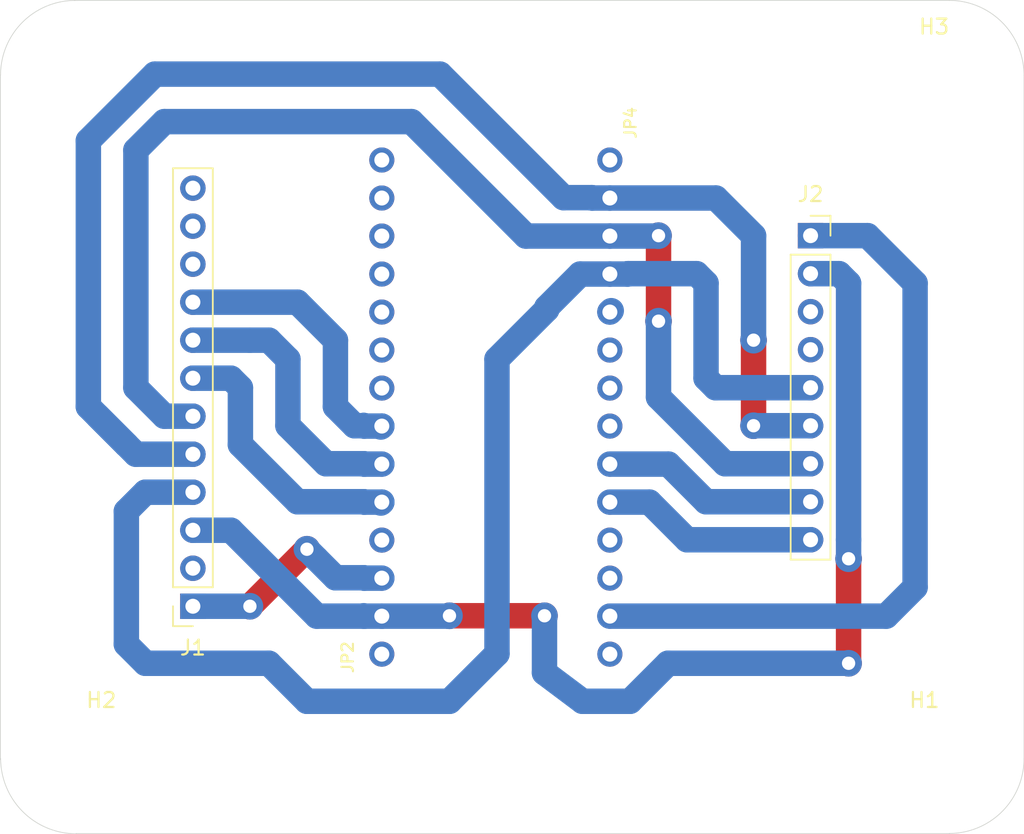
<source format=kicad_pcb>
(kicad_pcb (version 20171130) (host pcbnew 5.1.5-52549c5~84~ubuntu18.04.1)

  (general
    (thickness 1.6)
    (drawings 8)
    (tracks 124)
    (zones 0)
    (modules 7)
    (nets 12)
  )

  (page A4)
  (layers
    (0 Top signal)
    (1 Route2 signal)
    (2 Route15 signal)
    (31 Bottom signal)
    (32 B.Adhes user)
    (33 F.Adhes user)
    (34 B.Paste user)
    (35 F.Paste user)
    (36 B.SilkS user)
    (37 F.SilkS user)
    (38 B.Mask user)
    (39 F.Mask user)
    (40 Dwgs.User user)
    (41 Cmts.User user)
    (42 Eco1.User user)
    (43 Eco2.User user)
    (44 Edge.Cuts user)
    (45 Margin user)
    (46 B.CrtYd user)
    (47 F.CrtYd user)
    (48 B.Fab user)
    (49 F.Fab user)
  )

  (setup
    (last_trace_width 1.7)
    (user_trace_width 1.7)
    (user_trace_width 3)
    (trace_clearance 0.2)
    (zone_clearance 0.508)
    (zone_45_only no)
    (trace_min 0.2)
    (via_size 0.8)
    (via_drill 0.4)
    (via_min_size 0.4)
    (via_min_drill 0.3)
    (user_via 1.78 0.89)
    (user_via 3 1.5)
    (uvia_size 0.3)
    (uvia_drill 0.1)
    (uvias_allowed no)
    (uvia_min_size 0.2)
    (uvia_min_drill 0.1)
    (edge_width 0.05)
    (segment_width 0.2)
    (pcb_text_width 0.3)
    (pcb_text_size 1.5 1.5)
    (mod_edge_width 0.12)
    (mod_text_size 1 1)
    (mod_text_width 0.15)
    (pad_size 1.524 1.524)
    (pad_drill 0.762)
    (pad_to_mask_clearance 0.051)
    (solder_mask_min_width 0.25)
    (aux_axis_origin 58.42 88.265)
    (visible_elements FFFFFF7F)
    (pcbplotparams
      (layerselection 0x01000_fffffff8)
      (usegerberextensions false)
      (usegerberattributes false)
      (usegerberadvancedattributes false)
      (creategerberjobfile false)
      (excludeedgelayer true)
      (linewidth 0.100000)
      (plotframeref false)
      (viasonmask false)
      (mode 1)
      (useauxorigin true)
      (hpglpennumber 1)
      (hpglpenspeed 20)
      (hpglpendiameter 15.000000)
      (psnegative false)
      (psa4output false)
      (plotreference true)
      (plotvalue true)
      (plotinvisibletext false)
      (padsonsilk false)
      (subtractmaskfromsilk false)
      (outputformat 1)
      (mirror false)
      (drillshape 0)
      (scaleselection 1)
      (outputdirectory "milling/"))
  )

  (net 0 "")
  (net 1 GND)
  (net 2 MOSI)
  (net 3 MISO)
  (net 4 SCK)
  (net 5 +3V3)
  (net 6 E_CS)
  (net 7 E_BUSY)
  (net 8 E_~RST)
  (net 9 VBUS)
  (net 10 /A0)
  (net 11 /A1)

  (net_class Default "This is the default net class."
    (clearance 0.2)
    (trace_width 0.25)
    (via_dia 0.8)
    (via_drill 0.4)
    (uvia_dia 0.3)
    (uvia_drill 0.1)
    (add_net +3V3)
    (add_net /A0)
    (add_net /A1)
    (add_net /A2)
    (add_net /A3)
    (add_net /A4)
    (add_net /AREF)
    (add_net /D13)
    (add_net /D2)
    (add_net /D5_5V)
    (add_net /RX_D0)
    (add_net /SCL)
    (add_net /SDA)
    (add_net /TX_D1)
    (add_net /VHI)
    (add_net DRV)
    (add_net E_BUSY)
    (add_net E_CS)
    (add_net E_~RST)
    (add_net GND)
    (add_net L_CS)
    (add_net L_RST)
    (add_net MISO)
    (add_net MOSI)
    (add_net "Net-(J1-Pad10)")
    (add_net "Net-(J1-Pad11)")
    (add_net "Net-(J1-Pad12)")
    (add_net "Net-(J1-Pad2)")
    (add_net "Net-(J2-Pad3)")
    (add_net "Net-(J2-Pad4)")
    (add_net SCK)
    (add_net VBAT)
    (add_net VBUS)
  )

  (module Connector_PinSocket_2.54mm:PinSocket_1x12_P2.54mm_Vertical (layer Top) (tedit 5A19A41D) (tstamp 5EE925AE)
    (at 71.12 73.025 180)
    (descr "Through hole straight socket strip, 1x12, 2.54mm pitch, single row (from Kicad 4.0.7), script generated")
    (tags "Through hole socket strip THT 1x12 2.54mm single row")
    (path /5D953D46)
    (fp_text reference J1 (at 0 -2.77) (layer F.SilkS)
      (effects (font (size 1 1) (thickness 0.15)))
    )
    (fp_text value Conn_01x12_Female (at 0 30.71) (layer F.Fab)
      (effects (font (size 1 1) (thickness 0.15)))
    )
    (fp_line (start -1.27 -1.27) (end 0.635 -1.27) (layer F.Fab) (width 0.1))
    (fp_line (start 0.635 -1.27) (end 1.27 -0.635) (layer F.Fab) (width 0.1))
    (fp_line (start 1.27 -0.635) (end 1.27 29.21) (layer F.Fab) (width 0.1))
    (fp_line (start 1.27 29.21) (end -1.27 29.21) (layer F.Fab) (width 0.1))
    (fp_line (start -1.27 29.21) (end -1.27 -1.27) (layer F.Fab) (width 0.1))
    (fp_line (start -1.33 1.27) (end 1.33 1.27) (layer F.SilkS) (width 0.12))
    (fp_line (start -1.33 1.27) (end -1.33 29.27) (layer F.SilkS) (width 0.12))
    (fp_line (start -1.33 29.27) (end 1.33 29.27) (layer F.SilkS) (width 0.12))
    (fp_line (start 1.33 1.27) (end 1.33 29.27) (layer F.SilkS) (width 0.12))
    (fp_line (start 1.33 -1.33) (end 1.33 0) (layer F.SilkS) (width 0.12))
    (fp_line (start 0 -1.33) (end 1.33 -1.33) (layer F.SilkS) (width 0.12))
    (fp_line (start -1.8 -1.8) (end 1.75 -1.8) (layer F.CrtYd) (width 0.05))
    (fp_line (start 1.75 -1.8) (end 1.75 29.7) (layer F.CrtYd) (width 0.05))
    (fp_line (start 1.75 29.7) (end -1.8 29.7) (layer F.CrtYd) (width 0.05))
    (fp_line (start -1.8 29.7) (end -1.8 -1.8) (layer F.CrtYd) (width 0.05))
    (fp_text user %R (at 0 13.97 90) (layer F.Fab)
      (effects (font (size 1 1) (thickness 0.15)))
    )
    (pad 1 thru_hole rect (at 0 0 180) (size 1.7 1.7) (drill 1) (layers *.Cu *.Mask)
      (net 9 VBUS))
    (pad 2 thru_hole oval (at 0 2.54 180) (size 1.7 1.7) (drill 1) (layers *.Cu *.Mask))
    (pad 3 thru_hole oval (at 0 5.08 180) (size 1.7 1.7) (drill 1) (layers *.Cu *.Mask)
      (net 1 GND))
    (pad 4 thru_hole oval (at 0 7.62 180) (size 1.7 1.7) (drill 1) (layers *.Cu *.Mask)
      (net 4 SCK))
    (pad 5 thru_hole oval (at 0 10.16 180) (size 1.7 1.7) (drill 1) (layers *.Cu *.Mask)
      (net 3 MISO))
    (pad 6 thru_hole oval (at 0 12.7 180) (size 1.7 1.7) (drill 1) (layers *.Cu *.Mask)
      (net 2 MOSI))
    (pad 7 thru_hole oval (at 0 15.24 180) (size 1.7 1.7) (drill 1) (layers *.Cu *.Mask)
      (net 6 E_CS))
    (pad 8 thru_hole oval (at 0 17.78 180) (size 1.7 1.7) (drill 1) (layers *.Cu *.Mask)
      (net 7 E_BUSY))
    (pad 9 thru_hole oval (at 0 20.32 180) (size 1.7 1.7) (drill 1) (layers *.Cu *.Mask)
      (net 8 E_~RST))
    (pad 10 thru_hole oval (at 0 22.86 180) (size 1.7 1.7) (drill 1) (layers *.Cu *.Mask))
    (pad 11 thru_hole oval (at 0 25.4 180) (size 1.7 1.7) (drill 1) (layers *.Cu *.Mask))
    (pad 12 thru_hole oval (at 0 27.94 180) (size 1.7 1.7) (drill 1) (layers *.Cu *.Mask))
    (model ${KISYS3DMOD}/Connector_PinSocket_2.54mm.3dshapes/PinSocket_1x12_P2.54mm_Vertical.wrl
      (at (xyz 0 0 0))
      (scale (xyz 1 1 1))
      (rotate (xyz 0 0 0))
    )
  )

  (module Connector_PinSocket_2.54mm:PinSocket_1x09_P2.54mm_Vertical (layer Top) (tedit 5A19A431) (tstamp 5EE92428)
    (at 112.395 48.26)
    (descr "Through hole straight socket strip, 1x09, 2.54mm pitch, single row (from Kicad 4.0.7), script generated")
    (tags "Through hole socket strip THT 1x09 2.54mm single row")
    (path /5EEA3416)
    (fp_text reference J2 (at 0 -2.77) (layer F.SilkS)
      (effects (font (size 1 1) (thickness 0.15)))
    )
    (fp_text value Conn_01x09_Female (at 0 23.09) (layer F.Fab)
      (effects (font (size 1 1) (thickness 0.15)))
    )
    (fp_text user %R (at 0 10.16 90) (layer F.Fab)
      (effects (font (size 1 1) (thickness 0.15)))
    )
    (fp_line (start -1.8 22.1) (end -1.8 -1.8) (layer F.CrtYd) (width 0.05))
    (fp_line (start 1.75 22.1) (end -1.8 22.1) (layer F.CrtYd) (width 0.05))
    (fp_line (start 1.75 -1.8) (end 1.75 22.1) (layer F.CrtYd) (width 0.05))
    (fp_line (start -1.8 -1.8) (end 1.75 -1.8) (layer F.CrtYd) (width 0.05))
    (fp_line (start 0 -1.33) (end 1.33 -1.33) (layer F.SilkS) (width 0.12))
    (fp_line (start 1.33 -1.33) (end 1.33 0) (layer F.SilkS) (width 0.12))
    (fp_line (start 1.33 1.27) (end 1.33 21.65) (layer F.SilkS) (width 0.12))
    (fp_line (start -1.33 21.65) (end 1.33 21.65) (layer F.SilkS) (width 0.12))
    (fp_line (start -1.33 1.27) (end -1.33 21.65) (layer F.SilkS) (width 0.12))
    (fp_line (start -1.33 1.27) (end 1.33 1.27) (layer F.SilkS) (width 0.12))
    (fp_line (start -1.27 21.59) (end -1.27 -1.27) (layer F.Fab) (width 0.1))
    (fp_line (start 1.27 21.59) (end -1.27 21.59) (layer F.Fab) (width 0.1))
    (fp_line (start 1.27 -0.635) (end 1.27 21.59) (layer F.Fab) (width 0.1))
    (fp_line (start 0.635 -1.27) (end 1.27 -0.635) (layer F.Fab) (width 0.1))
    (fp_line (start -1.27 -1.27) (end 0.635 -1.27) (layer F.Fab) (width 0.1))
    (pad 9 thru_hole oval (at 0 20.32) (size 1.7 1.7) (drill 1) (layers *.Cu *.Mask)
      (net 10 /A0))
    (pad 8 thru_hole oval (at 0 17.78) (size 1.7 1.7) (drill 1) (layers *.Cu *.Mask)
      (net 11 /A1))
    (pad 7 thru_hole oval (at 0 15.24) (size 1.7 1.7) (drill 1) (layers *.Cu *.Mask)
      (net 2 MOSI))
    (pad 6 thru_hole oval (at 0 12.7) (size 1.7 1.7) (drill 1) (layers *.Cu *.Mask)
      (net 3 MISO))
    (pad 5 thru_hole oval (at 0 10.16) (size 1.7 1.7) (drill 1) (layers *.Cu *.Mask)
      (net 4 SCK))
    (pad 4 thru_hole oval (at 0 7.62) (size 1.7 1.7) (drill 1) (layers *.Cu *.Mask))
    (pad 3 thru_hole oval (at 0 5.08) (size 1.7 1.7) (drill 1) (layers *.Cu *.Mask))
    (pad 2 thru_hole oval (at 0 2.54) (size 1.7 1.7) (drill 1) (layers *.Cu *.Mask)
      (net 1 GND))
    (pad 1 thru_hole rect (at 0 0) (size 1.7 1.7) (drill 1) (layers *.Cu *.Mask)
      (net 5 +3V3))
    (model ${KISYS3DMOD}/Connector_PinSocket_2.54mm.3dshapes/PinSocket_1x09_P2.54mm_Vertical.wrl
      (at (xyz 0 0 0))
      (scale (xyz 1 1 1))
      (rotate (xyz 0 0 0))
    )
  )

  (module ib4:1X14_ROUND70 (layer Top) (tedit 0) (tstamp 5DA2F3C6)
    (at 83.7438 59.7154 90)
    (path /FA93C76E)
    (fp_text reference JP2 (at -17.8562 -1.8288 90) (layer F.SilkS)
      (effects (font (size 0.77216 0.77216) (thickness 0.138988)) (justify left bottom))
    )
    (fp_text value HEADER-1X14 (at -17.78 3.175 90) (layer F.Fab)
      (effects (font (size 0.38608 0.38608) (thickness 0.038608)) (justify left bottom))
    )
    (fp_poly (pts (xy 16.256 0.254) (xy 16.764 0.254) (xy 16.764 -0.254) (xy 16.256 -0.254)) (layer F.Fab) (width 0))
    (fp_poly (pts (xy 13.716 0.254) (xy 14.224 0.254) (xy 14.224 -0.254) (xy 13.716 -0.254)) (layer F.Fab) (width 0))
    (fp_poly (pts (xy 11.176 0.254) (xy 11.684 0.254) (xy 11.684 -0.254) (xy 11.176 -0.254)) (layer F.Fab) (width 0))
    (fp_poly (pts (xy 8.636 0.254) (xy 9.144 0.254) (xy 9.144 -0.254) (xy 8.636 -0.254)) (layer F.Fab) (width 0))
    (fp_poly (pts (xy 6.096 0.254) (xy 6.604 0.254) (xy 6.604 -0.254) (xy 6.096 -0.254)) (layer F.Fab) (width 0))
    (fp_poly (pts (xy -16.764 0.254) (xy -16.256 0.254) (xy -16.256 -0.254) (xy -16.764 -0.254)) (layer F.Fab) (width 0))
    (fp_poly (pts (xy -14.224 0.254) (xy -13.716 0.254) (xy -13.716 -0.254) (xy -14.224 -0.254)) (layer F.Fab) (width 0))
    (fp_poly (pts (xy -11.684 0.254) (xy -11.176 0.254) (xy -11.176 -0.254) (xy -11.684 -0.254)) (layer F.Fab) (width 0))
    (fp_poly (pts (xy -9.144 0.254) (xy -8.636 0.254) (xy -8.636 -0.254) (xy -9.144 -0.254)) (layer F.Fab) (width 0))
    (fp_poly (pts (xy -6.604 0.254) (xy -6.096 0.254) (xy -6.096 -0.254) (xy -6.604 -0.254)) (layer F.Fab) (width 0))
    (fp_poly (pts (xy -4.064 0.254) (xy -3.556 0.254) (xy -3.556 -0.254) (xy -4.064 -0.254)) (layer F.Fab) (width 0))
    (fp_poly (pts (xy -1.524 0.254) (xy -1.016 0.254) (xy -1.016 -0.254) (xy -1.524 -0.254)) (layer F.Fab) (width 0))
    (fp_poly (pts (xy 1.016 0.254) (xy 1.524 0.254) (xy 1.524 -0.254) (xy 1.016 -0.254)) (layer F.Fab) (width 0))
    (fp_poly (pts (xy 3.556 0.254) (xy 4.064 0.254) (xy 4.064 -0.254) (xy 3.556 -0.254)) (layer F.Fab) (width 0))
    (fp_line (start -17.78 -0.635) (end -17.78 0.635) (layer F.Fab) (width 0.2032))
    (pad 14 thru_hole circle (at 16.51 0 180) (size 1.6764 1.6764) (drill 1) (layers *.Cu *.Mask)
      (solder_mask_margin 0.0508))
    (pad 13 thru_hole circle (at 13.97 0 180) (size 1.6764 1.6764) (drill 1) (layers *.Cu *.Mask)
      (solder_mask_margin 0.0508))
    (pad 12 thru_hole circle (at 11.43 0 180) (size 1.6764 1.6764) (drill 1) (layers *.Cu *.Mask)
      (solder_mask_margin 0.0508))
    (pad 11 thru_hole circle (at 8.89 0 180) (size 1.6764 1.6764) (drill 1) (layers *.Cu *.Mask)
      (solder_mask_margin 0.0508))
    (pad 10 thru_hole circle (at 6.35 0 180) (size 1.6764 1.6764) (drill 1) (layers *.Cu *.Mask)
      (solder_mask_margin 0.0508))
    (pad 9 thru_hole circle (at 3.81 0 180) (size 1.6764 1.6764) (drill 1) (layers *.Cu *.Mask)
      (solder_mask_margin 0.0508))
    (pad 8 thru_hole circle (at 1.27 0 180) (size 1.6764 1.6764) (drill 1) (layers *.Cu *.Mask)
      (solder_mask_margin 0.0508))
    (pad 7 thru_hole circle (at -1.27 0 180) (size 1.6764 1.6764) (drill 1) (layers *.Cu *.Mask)
      (net 8 E_~RST) (solder_mask_margin 0.0508))
    (pad 6 thru_hole circle (at -3.81 0 180) (size 1.6764 1.6764) (drill 1) (layers *.Cu *.Mask)
      (net 7 E_BUSY) (solder_mask_margin 0.0508))
    (pad 5 thru_hole circle (at -6.35 0 180) (size 1.6764 1.6764) (drill 1) (layers *.Cu *.Mask)
      (net 6 E_CS) (solder_mask_margin 0.0508))
    (pad 4 thru_hole circle (at -8.89 0 180) (size 1.6764 1.6764) (drill 1) (layers *.Cu *.Mask)
      (solder_mask_margin 0.0508))
    (pad 3 thru_hole circle (at -11.43 0 180) (size 1.6764 1.6764) (drill 1) (layers *.Cu *.Mask)
      (net 9 VBUS) (solder_mask_margin 0.0508))
    (pad 2 thru_hole circle (at -13.97 0 180) (size 1.6764 1.6764) (drill 1) (layers *.Cu *.Mask)
      (net 1 GND) (solder_mask_margin 0.0508))
    (pad 1 thru_hole circle (at -16.51 0 180) (size 1.6764 1.6764) (drill 1) (layers *.Cu *.Mask)
      (solder_mask_margin 0.0508))
  )

  (module ib4:1X14_ROUND70 (layer Top) (tedit 0) (tstamp 5DA2F426)
    (at 98.9838 59.7154 270)
    (path /47274FB3)
    (fp_text reference JP4 (at -17.8562 -1.8288 90) (layer F.SilkS)
      (effects (font (size 0.77216 0.77216) (thickness 0.138988)) (justify left bottom))
    )
    (fp_text value HEADER-1X14 (at -17.78 3.175 90) (layer F.Fab)
      (effects (font (size 0.38608 0.38608) (thickness 0.038608)) (justify left bottom))
    )
    (fp_poly (pts (xy 16.256 0.254) (xy 16.764 0.254) (xy 16.764 -0.254) (xy 16.256 -0.254)) (layer F.Fab) (width 0))
    (fp_poly (pts (xy 13.716 0.254) (xy 14.224 0.254) (xy 14.224 -0.254) (xy 13.716 -0.254)) (layer F.Fab) (width 0))
    (fp_poly (pts (xy 11.176 0.254) (xy 11.684 0.254) (xy 11.684 -0.254) (xy 11.176 -0.254)) (layer F.Fab) (width 0))
    (fp_poly (pts (xy 8.636 0.254) (xy 9.144 0.254) (xy 9.144 -0.254) (xy 8.636 -0.254)) (layer F.Fab) (width 0))
    (fp_poly (pts (xy 6.096 0.254) (xy 6.604 0.254) (xy 6.604 -0.254) (xy 6.096 -0.254)) (layer F.Fab) (width 0))
    (fp_poly (pts (xy -16.764 0.254) (xy -16.256 0.254) (xy -16.256 -0.254) (xy -16.764 -0.254)) (layer F.Fab) (width 0))
    (fp_poly (pts (xy -14.224 0.254) (xy -13.716 0.254) (xy -13.716 -0.254) (xy -14.224 -0.254)) (layer F.Fab) (width 0))
    (fp_poly (pts (xy -11.684 0.254) (xy -11.176 0.254) (xy -11.176 -0.254) (xy -11.684 -0.254)) (layer F.Fab) (width 0))
    (fp_poly (pts (xy -9.144 0.254) (xy -8.636 0.254) (xy -8.636 -0.254) (xy -9.144 -0.254)) (layer F.Fab) (width 0))
    (fp_poly (pts (xy -6.604 0.254) (xy -6.096 0.254) (xy -6.096 -0.254) (xy -6.604 -0.254)) (layer F.Fab) (width 0))
    (fp_poly (pts (xy -4.064 0.254) (xy -3.556 0.254) (xy -3.556 -0.254) (xy -4.064 -0.254)) (layer F.Fab) (width 0))
    (fp_poly (pts (xy -1.524 0.254) (xy -1.016 0.254) (xy -1.016 -0.254) (xy -1.524 -0.254)) (layer F.Fab) (width 0))
    (fp_poly (pts (xy 1.016 0.254) (xy 1.524 0.254) (xy 1.524 -0.254) (xy 1.016 -0.254)) (layer F.Fab) (width 0))
    (fp_poly (pts (xy 3.556 0.254) (xy 4.064 0.254) (xy 4.064 -0.254) (xy 3.556 -0.254)) (layer F.Fab) (width 0))
    (fp_line (start -17.78 -0.635) (end -17.78 0.635) (layer F.Fab) (width 0.2032))
    (pad 14 thru_hole circle (at 16.51 0) (size 1.6764 1.6764) (drill 1) (layers *.Cu *.Mask)
      (solder_mask_margin 0.0508))
    (pad 13 thru_hole circle (at 13.97 0) (size 1.6764 1.6764) (drill 1) (layers *.Cu *.Mask)
      (net 5 +3V3) (solder_mask_margin 0.0508))
    (pad 12 thru_hole circle (at 11.43 0) (size 1.6764 1.6764) (drill 1) (layers *.Cu *.Mask)
      (solder_mask_margin 0.0508))
    (pad 11 thru_hole circle (at 8.89 0) (size 1.6764 1.6764) (drill 1) (layers *.Cu *.Mask)
      (solder_mask_margin 0.0508))
    (pad 10 thru_hole circle (at 6.35 0) (size 1.6764 1.6764) (drill 1) (layers *.Cu *.Mask)
      (net 10 /A0) (solder_mask_margin 0.0508))
    (pad 9 thru_hole circle (at 3.81 0) (size 1.6764 1.6764) (drill 1) (layers *.Cu *.Mask)
      (net 11 /A1) (solder_mask_margin 0.0508))
    (pad 8 thru_hole circle (at 1.27 0) (size 1.6764 1.6764) (drill 1) (layers *.Cu *.Mask)
      (solder_mask_margin 0.0508))
    (pad 7 thru_hole circle (at -1.27 0) (size 1.6764 1.6764) (drill 1) (layers *.Cu *.Mask)
      (solder_mask_margin 0.0508))
    (pad 6 thru_hole circle (at -3.81 0) (size 1.6764 1.6764) (drill 1) (layers *.Cu *.Mask)
      (solder_mask_margin 0.0508))
    (pad 5 thru_hole circle (at -6.35 0) (size 1.6764 1.6764) (drill 1) (layers *.Cu *.Mask)
      (solder_mask_margin 0.0508))
    (pad 4 thru_hole circle (at -8.89 0) (size 1.6764 1.6764) (drill 1) (layers *.Cu *.Mask)
      (net 4 SCK) (solder_mask_margin 0.0508))
    (pad 3 thru_hole circle (at -11.43 0) (size 1.6764 1.6764) (drill 1) (layers *.Cu *.Mask)
      (net 2 MOSI) (solder_mask_margin 0.0508))
    (pad 2 thru_hole circle (at -13.97 0) (size 1.6764 1.6764) (drill 1) (layers *.Cu *.Mask)
      (net 3 MISO) (solder_mask_margin 0.0508))
    (pad 1 thru_hole circle (at -16.51 0) (size 1.6764 1.6764) (drill 1) (layers *.Cu *.Mask)
      (solder_mask_margin 0.0508))
  )

  (module MountingHole:MountingHole_2.7mm_M2.5 (layer Top) (tedit 56D1B4CB) (tstamp 5EE94034)
    (at 120 83)
    (descr "Mounting Hole 2.7mm, no annular, M2.5")
    (tags "mounting hole 2.7mm no annular m2.5")
    (path /5D99EBDD)
    (attr virtual)
    (fp_text reference H1 (at 0 -3.7) (layer F.SilkS)
      (effects (font (size 1 1) (thickness 0.15)))
    )
    (fp_text value MountingHole (at 0 3.7) (layer F.Fab)
      (effects (font (size 1 1) (thickness 0.15)))
    )
    (fp_text user %R (at 0 0) (layer F.Fab)
      (effects (font (size 1 1) (thickness 0.15)))
    )
    (fp_circle (center 0 0) (end 2.7 0) (layer Cmts.User) (width 0.15))
    (fp_circle (center 0 0) (end 2.95 0) (layer F.CrtYd) (width 0.05))
    (pad 1 np_thru_hole circle (at 0 0) (size 2.7 2.7) (drill 2.7) (layers *.Cu *.Mask))
  )

  (module MountingHole:MountingHole_2.7mm_M2.5 (layer Top) (tedit 56D1B4CB) (tstamp 5D926E42)
    (at 65 83)
    (descr "Mounting Hole 2.7mm, no annular, M2.5")
    (tags "mounting hole 2.7mm no annular m2.5")
    (path /5D99FC38)
    (attr virtual)
    (fp_text reference H2 (at 0 -3.7) (layer F.SilkS)
      (effects (font (size 1 1) (thickness 0.15)))
    )
    (fp_text value MountingHole (at 0 3.7) (layer F.Fab)
      (effects (font (size 1 1) (thickness 0.15)))
    )
    (fp_circle (center 0 0) (end 2.95 0) (layer F.CrtYd) (width 0.05))
    (fp_circle (center 0 0) (end 2.7 0) (layer Cmts.User) (width 0.15))
    (fp_text user %R (at 1 0) (layer F.Fab)
      (effects (font (size 1 1) (thickness 0.15)))
    )
    (pad 1 np_thru_hole circle (at 0 0) (size 2.7 2.7) (drill 2.7) (layers *.Cu *.Mask))
  )

  (module MountingHole:MountingHole_2.7mm_M2.5 (layer Top) (tedit 56D1B4CB) (tstamp 5EE9737A)
    (at 120.65 38)
    (descr "Mounting Hole 2.7mm, no annular, M2.5")
    (tags "mounting hole 2.7mm no annular m2.5")
    (path /5D99FE70)
    (attr virtual)
    (fp_text reference H3 (at 0 -3.7) (layer F.SilkS)
      (effects (font (size 1 1) (thickness 0.15)))
    )
    (fp_text value MountingHole (at 0 3.7) (layer F.Fab)
      (effects (font (size 1 1) (thickness 0.15)))
    )
    (fp_text user %R (at 0.3 0) (layer F.Fab)
      (effects (font (size 1 1) (thickness 0.15)))
    )
    (fp_circle (center 0 0) (end 2.7 0) (layer Cmts.User) (width 0.15))
    (fp_circle (center 0 0) (end 2.95 0) (layer F.CrtYd) (width 0.05))
    (pad 1 np_thru_hole circle (at 0 0) (size 2.7 2.7) (drill 2.7) (layers *.Cu *.Mask))
  )

  (gr_line (start 126.6571 37.5539) (end 126.6571 83.235945) (layer Edge.Cuts) (width 0.05) (tstamp 5EE973C6))
  (gr_line (start 58.2549 37.5412) (end 58.2549 83.2612) (layer Edge.Cuts) (width 0.05))
  (gr_line (start 121.6914 88.2142) (end 63.3095 88.2142) (layer Edge.Cuts) (width 0.05) (tstamp 5EE973E1))
  (gr_line (start 63.1952 32.5374) (end 121.666 32.5374) (layer Edge.Cuts) (width 0.05))
  (gr_arc (start 63.3208 83.177633) (end 58.271533 83.204433) (angle -90) (layer Edge.Cuts) (width 0.05))
  (gr_arc (start 121.661333 83.2104) (end 121.661333 88.206167) (angle -90) (layer Edge.Cuts) (width 0.05) (tstamp 5EE973DE))
  (gr_arc (start 121.653155 37.541345) (end 126.6571 37.541345) (angle -90) (layer Edge.Cuts) (width 0.05))
  (gr_arc (start 63.253834 37.5285) (end 63.253834 32.542266) (angle -90) (layer Edge.Cuts) (width 0.05))

  (segment (start 99.0753 53.2739) (end 98.9838 53.3654) (width 1.7) (layer Bottom) (net 0) (tstamp 5DA2F4D3) (status 30))
  (segment (start 102.8954 63.5254) (end 98.9838 63.5254) (width 1.7) (layer Bottom) (net 11))
  (segment (start 105.41 66.04) (end 102.8954 63.5254) (width 1.7) (layer Bottom) (net 11))
  (segment (start 101.6254 66.0654) (end 98.9838 66.0654) (width 1.7) (layer Bottom) (net 10))
  (segment (start 104.14 68.58) (end 101.6254 66.0654) (width 1.7) (layer Bottom) (net 10))
  (segment (start 112.395 50.8) (end 114.3 50.8) (width 1.7) (layer Bottom) (net 1))
  (via (at 114.935 69.85) (size 1.78) (drill 0.89) (layers Top Bottom) (net 1))
  (via (at 88.265 73.66) (size 1.78) (drill 0.89) (layers Top Bottom) (net 1))
  (segment (start 83.7438 73.6854) (end 88.2396 73.6854) (width 1.7) (layer Bottom) (net 1))
  (segment (start 88.2396 73.6854) (end 88.265 73.66) (width 1.7) (layer Bottom) (net 1))
  (via (at 94.615 73.66) (size 1.78) (drill 0.89) (layers Top Bottom) (net 1))
  (segment (start 88.265 73.66) (end 94.615 73.66) (width 1.7) (layer Top) (net 1))
  (via (at 114.935 76.835) (size 1.78) (drill 0.89) (layers Top Bottom) (net 1))
  (segment (start 82.558407 73.6854) (end 82.533007 73.66) (width 1.7) (layer Bottom) (net 1))
  (segment (start 83.7438 73.6854) (end 82.558407 73.6854) (width 1.7) (layer Bottom) (net 1))
  (segment (start 73.66 67.945) (end 71.12 67.945) (width 1.7) (layer Bottom) (net 1))
  (segment (start 82.558407 73.6854) (end 79.4004 73.6854) (width 1.7) (layer Bottom) (net 1))
  (segment (start 79.4004 73.6854) (end 73.66 67.945) (width 1.7) (layer Bottom) (net 1))
  (segment (start 114.935 69.85) (end 114.935 76.835) (width 1.7) (layer Top) (net 1))
  (segment (start 114.3 50.8) (end 114.935 51.435) (width 1.7) (layer Bottom) (net 1))
  (segment (start 114.935 51.435) (end 114.935 68.58) (width 1.7) (layer Bottom) (net 1))
  (segment (start 114.935 68.58) (end 114.935 69.85) (width 1.7) (layer Bottom) (net 1))
  (segment (start 94.615 77.47) (end 94.615 73.66) (width 1.7) (layer Bottom) (net 1))
  (segment (start 97.155 79.375) (end 94.615 77.47) (width 1.7) (layer Bottom) (net 1))
  (segment (start 100.33 79.375) (end 97.155 79.375) (width 1.7) (layer Bottom) (net 1))
  (segment (start 114.935 76.835) (end 102.87 76.835) (width 1.7) (layer Bottom) (net 1))
  (segment (start 102.87 76.835) (end 100.33 79.375) (width 1.7) (layer Bottom) (net 1))
  (via (at 102.235 48.26) (size 1.78) (drill 0.89) (layers Top Bottom) (net 2))
  (segment (start 98.9838 48.2854) (end 102.2096 48.2854) (width 1.7) (layer Bottom) (net 2))
  (segment (start 102.2096 48.2854) (end 102.235 48.26) (width 1.7) (layer Bottom) (net 2))
  (via (at 102.235 53.975) (size 1.78) (drill 0.89) (layers Top Bottom) (net 2))
  (segment (start 102.235 48.26) (end 102.235 53.975) (width 1.7) (layer Top) (net 2))
  (segment (start 69.215 60.325) (end 71.12 60.325) (width 1.7) (layer Bottom) (net 2))
  (segment (start 67.31 58.42) (end 69.215 60.325) (width 1.7) (layer Bottom) (net 2))
  (segment (start 67.31 42.545) (end 67.31 58.42) (width 1.7) (layer Bottom) (net 2))
  (segment (start 102.235 53.975) (end 102.235 59.055) (width 1.7) (layer Bottom) (net 2))
  (segment (start 102.235 59.055) (end 106.68 63.5) (width 1.7) (layer Bottom) (net 2))
  (segment (start 106.68 63.5) (end 112.395 63.5) (width 1.7) (layer Bottom) (net 2))
  (segment (start 85.725 40.64) (end 69.215 40.64) (width 1.7) (layer Bottom) (net 2))
  (segment (start 93.3704 48.2854) (end 85.725 40.64) (width 1.7) (layer Bottom) (net 2))
  (segment (start 98.9838 48.2854) (end 93.3704 48.2854) (width 1.7) (layer Bottom) (net 2))
  (segment (start 69.215 40.64) (end 67.31 42.545) (width 1.7) (layer Bottom) (net 2))
  (via (at 108.585 60.96) (size 1.78) (drill 0.89) (layers Top Bottom) (net 3))
  (segment (start 110.557919 60.96) (end 108.585 60.96) (width 1.7) (layer Bottom) (net 3))
  (segment (start 108.585 60.96) (end 108.585 55.245) (width 1.7) (layer Top) (net 3))
  (via (at 108.585 55.245) (size 1.78) (drill 0.89) (layers Top Bottom) (net 3))
  (segment (start 106.0704 45.7454) (end 98.9838 45.7454) (width 1.7) (layer Bottom) (net 3))
  (segment (start 108.585 55.245) (end 108.585 48.26) (width 1.7) (layer Bottom) (net 3))
  (segment (start 108.585 48.26) (end 106.0704 45.7454) (width 1.7) (layer Bottom) (net 3))
  (segment (start 112.395 60.96) (end 110.557919 60.96) (width 1.7) (layer Bottom) (net 3))
  (segment (start 67.31 62.865) (end 71.12 62.865) (width 1.7) (layer Bottom) (net 3))
  (segment (start 64.77 60.325) (end 66.675 62.23) (width 1.7) (layer Bottom) (net 3))
  (segment (start 66.675 62.23) (end 67.31 62.865) (width 1.7) (layer Bottom) (net 3))
  (segment (start 64.135 59.69) (end 66.675 62.23) (width 1.7) (layer Bottom) (net 3))
  (segment (start 97.798407 45.7454) (end 97.773007 45.72) (width 1.7) (layer Bottom) (net 3))
  (segment (start 97.773007 45.72) (end 95.885 45.72) (width 1.7) (layer Bottom) (net 3))
  (segment (start 98.9838 45.7454) (end 97.798407 45.7454) (width 1.7) (layer Bottom) (net 3))
  (segment (start 95.885 45.72) (end 87.63 37.465) (width 1.7) (layer Bottom) (net 3))
  (segment (start 87.63 37.465) (end 68.58 37.465) (width 1.7) (layer Bottom) (net 3))
  (segment (start 64.135 41.91) (end 64.135 59.69) (width 1.7) (layer Bottom) (net 3))
  (segment (start 68.58 37.465) (end 64.135 41.91) (width 1.7) (layer Bottom) (net 3))
  (segment (start 100.169193 50.8254) (end 98.9838 50.8254) (width 1.7) (layer Bottom) (net 4))
  (segment (start 106.045 58.42) (end 105.41 57.785) (width 1.7) (layer Bottom) (net 4))
  (segment (start 105.41 51.435) (end 104.775 50.8) (width 1.7) (layer Bottom) (net 4))
  (segment (start 105.41 57.785) (end 105.41 51.435) (width 1.7) (layer Bottom) (net 4))
  (segment (start 104.775 50.8) (end 100.194593 50.8) (width 1.7) (layer Bottom) (net 4))
  (segment (start 100.194593 50.8) (end 100.169193 50.8254) (width 1.7) (layer Bottom) (net 4))
  (segment (start 112.395 58.42) (end 106.045 58.42) (width 1.7) (layer Bottom) (net 4))
  (segment (start 94.7674 53.0606) (end 97.0026 50.8254) (width 1.7) (layer Bottom) (net 4))
  (segment (start 94.7674 53.1876) (end 94.7674 53.0606) (width 1.7) (layer Bottom) (net 4))
  (segment (start 91.44 76.2) (end 91.44 56.515) (width 1.7) (layer Bottom) (net 4))
  (segment (start 88.265 79.375) (end 91.44 76.2) (width 1.7) (layer Bottom) (net 4))
  (segment (start 78.74 79.375) (end 88.265 79.375) (width 1.7) (layer Bottom) (net 4))
  (segment (start 91.44 56.515) (end 94.7674 53.1876) (width 1.7) (layer Bottom) (net 4))
  (segment (start 67.945 65.405) (end 66.675 66.675) (width 1.7) (layer Bottom) (net 4))
  (segment (start 97.0026 50.8254) (end 98.9838 50.8254) (width 1.7) (layer Bottom) (net 4))
  (segment (start 71.12 65.405) (end 67.945 65.405) (width 1.7) (layer Bottom) (net 4))
  (segment (start 66.675 66.675) (end 66.675 75.565) (width 1.7) (layer Bottom) (net 4))
  (segment (start 67.945 76.835) (end 76.2 76.835) (width 1.7) (layer Bottom) (net 4))
  (segment (start 66.675 75.565) (end 67.945 76.835) (width 1.7) (layer Bottom) (net 4))
  (segment (start 76.2 76.835) (end 78.74 79.375) (width 1.7) (layer Bottom) (net 4))
  (segment (start 117.4496 73.6854) (end 98.9838 73.6854) (width 1.7) (layer Bottom) (net 5))
  (segment (start 119.38 51.435) (end 119.38 71.755) (width 1.7) (layer Bottom) (net 5))
  (segment (start 119.38 71.755) (end 117.4496 73.6854) (width 1.7) (layer Bottom) (net 5))
  (segment (start 112.395 48.26) (end 116.205 48.26) (width 1.7) (layer Bottom) (net 5))
  (segment (start 116.205 48.26) (end 119.38 51.435) (width 1.7) (layer Bottom) (net 5))
  (segment (start 83.6803 66.1289) (end 83.7438 66.0654) (width 1.7) (layer Bottom) (net 6) (tstamp 5DA2F506) (status 30))
  (segment (start 71.12 57.785) (end 73.66 57.785) (width 1.7) (layer Bottom) (net 6))
  (segment (start 82.558407 66.0654) (end 82.533007 66.04) (width 1.7) (layer Bottom) (net 6))
  (segment (start 83.7438 66.0654) (end 82.558407 66.0654) (width 1.7) (layer Bottom) (net 6))
  (segment (start 82.533007 66.04) (end 78.105 66.04) (width 1.7) (layer Bottom) (net 6))
  (segment (start 78.105 66.04) (end 74.295 62.23) (width 1.7) (layer Bottom) (net 6))
  (segment (start 74.295 58.42) (end 73.66 57.785) (width 1.7) (layer Bottom) (net 6))
  (segment (start 74.295 62.23) (end 74.295 58.42) (width 1.7) (layer Bottom) (net 6))
  (segment (start 71.12 55.245) (end 74.93 55.245) (width 1.7) (layer Bottom) (net 7))
  (segment (start 82.558407 63.5254) (end 82.533007 63.5) (width 1.7) (layer Bottom) (net 7))
  (segment (start 83.7438 63.5254) (end 82.558407 63.5254) (width 1.7) (layer Bottom) (net 7))
  (segment (start 82.533007 63.5) (end 80.01 63.5) (width 1.7) (layer Bottom) (net 7))
  (segment (start 80.01 63.5) (end 77.47 60.96) (width 1.7) (layer Bottom) (net 7))
  (segment (start 77.47 60.96) (end 77.47 56.515) (width 1.7) (layer Bottom) (net 7))
  (segment (start 76.2 55.245) (end 74.93 55.245) (width 1.7) (layer Bottom) (net 7))
  (segment (start 77.47 56.515) (end 76.2 55.245) (width 1.7) (layer Bottom) (net 7))
  (segment (start 83.6803 61.0489) (end 83.7438 60.9854) (width 1.7) (layer Bottom) (net 8) (tstamp 5DA2F4D9) (status 30))
  (segment (start 82.533007 60.96) (end 82.558407 60.9854) (width 1.7) (layer Bottom) (net 8))
  (segment (start 82.533007 60.943007) (end 82.533007 60.96) (width 1.7) (layer Bottom) (net 8))
  (segment (start 78.105 52.705) (end 80.645 55.245) (width 1.7) (layer Bottom) (net 8))
  (segment (start 82.516014 60.96) (end 82.533007 60.943007) (width 1.7) (layer Bottom) (net 8))
  (segment (start 81.915 60.96) (end 82.516014 60.96) (width 1.7) (layer Bottom) (net 8))
  (segment (start 82.558407 60.9854) (end 83.7438 60.9854) (width 1.7) (layer Bottom) (net 8))
  (segment (start 71.12 52.705) (end 78.105 52.705) (width 1.7) (layer Bottom) (net 8))
  (segment (start 80.645 55.245) (end 80.645 59.69) (width 1.7) (layer Bottom) (net 8))
  (segment (start 80.645 59.69) (end 81.915 60.96) (width 1.7) (layer Bottom) (net 8))
  (via (at 74.93 73.025) (size 1.78) (drill 0.89) (layers Top Bottom) (net 9))
  (segment (start 71.12 73.025) (end 74.93 73.025) (width 1.7) (layer Bottom) (net 9))
  (segment (start 82.558407 71.1454) (end 82.533007 71.12) (width 1.7) (layer Bottom) (net 9))
  (segment (start 83.7438 71.1454) (end 82.558407 71.1454) (width 1.7) (layer Bottom) (net 9))
  (segment (start 82.533007 71.12) (end 80.645 71.12) (width 1.7) (layer Bottom) (net 9))
  (segment (start 80.645 71.12) (end 79.375 69.85) (width 1.7) (layer Bottom) (net 9))
  (segment (start 79.375 69.85) (end 78.74 69.215) (width 1.7) (layer Bottom) (net 9))
  (segment (start 78.74 69.215) (end 78.74 69.215) (width 1.7) (layer Bottom) (net 9) (tstamp 5EE93FF4))
  (via (at 78.74 69.215) (size 1.78) (drill 0.89) (layers Top Bottom) (net 9))
  (segment (start 78.74 69.215) (end 74.93 73.025) (width 1.7) (layer Top) (net 9))
  (segment (start 112.395 68.58) (end 104.14 68.58) (width 1.7) (layer Bottom) (net 10))
  (segment (start 112.395 66.04) (end 105.41 66.04) (width 1.7) (layer Bottom) (net 11))

)

</source>
